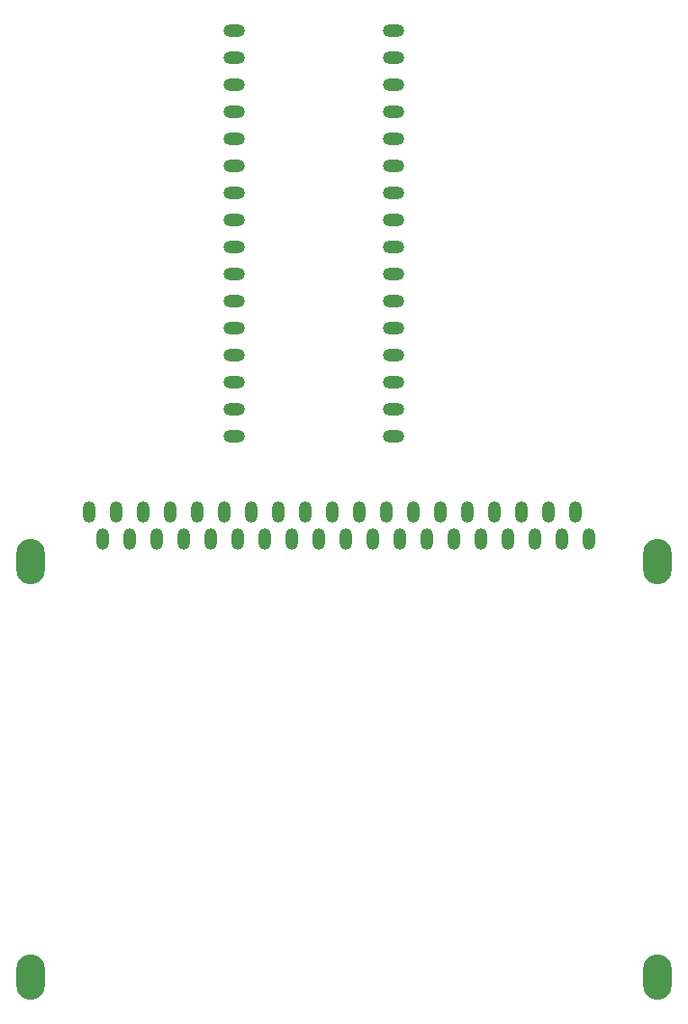
<source format=gbr>
%TF.GenerationSoftware,KiCad,Pcbnew,8.0.0*%
%TF.CreationDate,2024-02-25T21:16:28-08:00*%
%TF.ProjectId,HuCard-TL866,48754361-7264-42d5-944c-3836362e6b69,rev?*%
%TF.SameCoordinates,Original*%
%TF.FileFunction,Soldermask,Top*%
%TF.FilePolarity,Negative*%
%FSLAX46Y46*%
G04 Gerber Fmt 4.6, Leading zero omitted, Abs format (unit mm)*
G04 Created by KiCad (PCBNEW 8.0.0) date 2024-02-25 21:16:28*
%MOMM*%
%LPD*%
G01*
G04 APERTURE LIST*
%ADD10O,2.700000X4.250000*%
%ADD11O,1.200000X2.000000*%
%ADD12O,2.000000X1.200000*%
G04 APERTURE END LIST*
D10*
%TO.C,J2*%
X79600000Y-118750000D03*
X79600000Y-79750000D03*
X20700000Y-118750000D03*
X20700000Y-79750000D03*
D11*
X73220000Y-77650000D03*
X71950000Y-75110000D03*
X70680000Y-77650000D03*
X69410000Y-75110000D03*
X68140000Y-77650000D03*
X66870000Y-75110000D03*
X65600000Y-77650000D03*
X64330000Y-75110000D03*
X63060000Y-77650000D03*
X61790000Y-75110000D03*
X60520000Y-77650000D03*
X59250000Y-75110000D03*
X57980000Y-77650000D03*
X56710000Y-75110000D03*
X55440000Y-77650000D03*
X54170000Y-75110000D03*
X52900000Y-77650000D03*
X51630000Y-75110000D03*
X50360000Y-77650000D03*
X49090000Y-75110000D03*
X47820000Y-77650000D03*
X46550000Y-75110000D03*
X45280000Y-77650000D03*
X44010000Y-75110000D03*
X42740000Y-77650000D03*
X41470000Y-75110000D03*
X40200000Y-77650000D03*
X38930000Y-75110000D03*
X37660000Y-77650000D03*
X36390000Y-75110000D03*
X35120000Y-77650000D03*
X33850000Y-75110000D03*
X32580000Y-77650000D03*
X31310000Y-75110000D03*
X30040000Y-77650000D03*
X28770000Y-75110000D03*
X27500000Y-77650000D03*
X26230000Y-75110000D03*
%TD*%
D12*
%TO.C,J1*%
X39800000Y-29870000D03*
X39800000Y-32410000D03*
X39800000Y-34950000D03*
X39800000Y-37490000D03*
X39800000Y-40030000D03*
X39800000Y-42570000D03*
X39800000Y-45110000D03*
X39800000Y-47650000D03*
X39800000Y-50190000D03*
X39800000Y-52730000D03*
X39800000Y-55270000D03*
X39800000Y-57810000D03*
X39800000Y-60350000D03*
X39800000Y-62890000D03*
X39800000Y-65430000D03*
X39800000Y-67970000D03*
X54800000Y-67970000D03*
X54800000Y-65430000D03*
X54800000Y-62890000D03*
X54800000Y-60350000D03*
X54800000Y-57810000D03*
X54800000Y-55270000D03*
X54800000Y-52730000D03*
X54800000Y-50190000D03*
X54800000Y-47650000D03*
X54800000Y-45110000D03*
X54800000Y-42570000D03*
X54800000Y-40030000D03*
X54800000Y-37490000D03*
X54800000Y-34950000D03*
X54800000Y-32410000D03*
X54800000Y-29870000D03*
%TD*%
M02*

</source>
